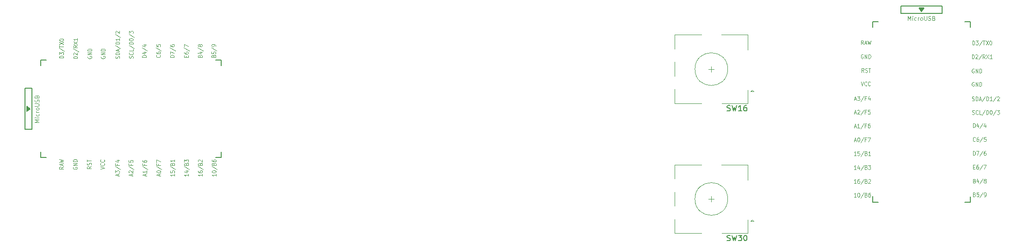
<source format=gbr>
G04 #@! TF.GenerationSoftware,KiCad,Pcbnew,5.1.6-c6e7f7d~87~ubuntu16.04.1*
G04 #@! TF.CreationDate,2020-11-01T04:30:44+09:00*
G04 #@! TF.ProjectId,ninja60,6e696e6a-6136-4302-9e6b-696361645f70,rev?*
G04 #@! TF.SameCoordinates,Original*
G04 #@! TF.FileFunction,Legend,Top*
G04 #@! TF.FilePolarity,Positive*
%FSLAX46Y46*%
G04 Gerber Fmt 4.6, Leading zero omitted, Abs format (unit mm)*
G04 Created by KiCad (PCBNEW 5.1.6-c6e7f7d~87~ubuntu16.04.1) date 2020-11-01 04:30:44*
%MOMM*%
%LPD*%
G01*
G04 APERTURE LIST*
%ADD10C,0.120000*%
%ADD11C,0.150000*%
%ADD12C,0.125000*%
G04 APERTURE END LIST*
D10*
X195406250Y-104656250D02*
X194406250Y-104656250D01*
X194906250Y-105156250D02*
X194906250Y-104156250D01*
X188206250Y-100956250D02*
X188206250Y-98356250D01*
X188206250Y-105956250D02*
X188206250Y-103356250D01*
X188206250Y-110956250D02*
X188206250Y-108356250D01*
X202106250Y-108756250D02*
X202406250Y-108456250D01*
X202706250Y-108756250D02*
X202106250Y-108756250D01*
X202406250Y-108456250D02*
X202706250Y-108756250D01*
X201606250Y-110956250D02*
X201606250Y-108456250D01*
X196806250Y-110956250D02*
X201606250Y-110956250D01*
X201606250Y-98356250D02*
X201606250Y-101156250D01*
X196706250Y-98356250D02*
X201606250Y-98356250D01*
X188206250Y-98356250D02*
X193106250Y-98356250D01*
X193106250Y-110956250D02*
X188206250Y-110956250D01*
X197906250Y-104656250D02*
G75*
G03*
X197906250Y-104656250I-3000000J0D01*
G01*
D11*
X70087500Y-112068750D02*
X70087500Y-111768750D01*
X69937500Y-112168750D02*
X69937500Y-111668750D01*
X69787500Y-112268750D02*
X69787500Y-111568750D01*
X70287500Y-111918750D02*
X69637500Y-112418750D01*
X69637500Y-111418750D02*
X70287500Y-111918750D01*
X69637500Y-112418750D02*
X69637500Y-111418750D01*
X69287500Y-108168750D02*
X69287500Y-115668750D01*
X70587500Y-108168750D02*
X69287500Y-108168750D01*
X70587500Y-115668750D02*
X70587500Y-108168750D01*
X69287500Y-115668750D02*
X70587500Y-115668750D01*
X72187500Y-120818750D02*
X73187500Y-120818750D01*
X72187500Y-103018750D02*
X73187500Y-103018750D01*
X72187500Y-120818750D02*
X72187500Y-119818750D01*
X72187500Y-103018750D02*
X72187500Y-103968750D01*
X104187500Y-120818750D02*
X105237500Y-120818750D01*
X104237500Y-103018750D02*
X105237500Y-103018750D01*
X105237500Y-120818750D02*
X105237500Y-119818750D01*
X105237500Y-103018750D02*
X105237500Y-104028750D01*
X233213480Y-93900480D02*
X233513480Y-93900480D01*
X233113480Y-93750480D02*
X233613480Y-93750480D01*
X233013480Y-93600480D02*
X233713480Y-93600480D01*
X233363480Y-94100480D02*
X232863480Y-93450480D01*
X233863480Y-93450480D02*
X233363480Y-94100480D01*
X232863480Y-93450480D02*
X233863480Y-93450480D01*
X237113480Y-93100480D02*
X229613480Y-93100480D01*
X237113480Y-94400480D02*
X237113480Y-93100480D01*
X229613480Y-94400480D02*
X237113480Y-94400480D01*
X229613480Y-93100480D02*
X229613480Y-94400480D01*
X224463480Y-96000480D02*
X224463480Y-97000480D01*
X242263480Y-96000480D02*
X242263480Y-97000480D01*
X224463480Y-96000480D02*
X225463480Y-96000480D01*
X242263480Y-96000480D02*
X241313480Y-96000480D01*
X224463480Y-128000480D02*
X224463480Y-129050480D01*
X242263480Y-128050480D02*
X242263480Y-129050480D01*
X224463480Y-129050480D02*
X225463480Y-129050480D01*
X242263480Y-129050480D02*
X241253480Y-129050480D01*
D10*
X195406250Y-128468750D02*
X194406250Y-128468750D01*
X194906250Y-128968750D02*
X194906250Y-127968750D01*
X188206250Y-124768750D02*
X188206250Y-122168750D01*
X188206250Y-129768750D02*
X188206250Y-127168750D01*
X188206250Y-134768750D02*
X188206250Y-132168750D01*
X202106250Y-132568750D02*
X202406250Y-132268750D01*
X202706250Y-132568750D02*
X202106250Y-132568750D01*
X202406250Y-132268750D02*
X202706250Y-132568750D01*
X201606250Y-134768750D02*
X201606250Y-132268750D01*
X196806250Y-134768750D02*
X201606250Y-134768750D01*
X201606250Y-122168750D02*
X201606250Y-124968750D01*
X196706250Y-122168750D02*
X201606250Y-122168750D01*
X188206250Y-122168750D02*
X193106250Y-122168750D01*
X193106250Y-134768750D02*
X188206250Y-134768750D01*
X197906250Y-128468750D02*
G75*
G03*
X197906250Y-128468750I-3000000J0D01*
G01*
D11*
X197796726Y-112261011D02*
X197939583Y-112308630D01*
X198177678Y-112308630D01*
X198272916Y-112261011D01*
X198320535Y-112213392D01*
X198368154Y-112118154D01*
X198368154Y-112022916D01*
X198320535Y-111927678D01*
X198272916Y-111880059D01*
X198177678Y-111832440D01*
X197987202Y-111784821D01*
X197891964Y-111737202D01*
X197844345Y-111689583D01*
X197796726Y-111594345D01*
X197796726Y-111499107D01*
X197844345Y-111403869D01*
X197891964Y-111356250D01*
X197987202Y-111308630D01*
X198225297Y-111308630D01*
X198368154Y-111356250D01*
X198701488Y-111308630D02*
X198939583Y-112308630D01*
X199130059Y-111594345D01*
X199320535Y-112308630D01*
X199558630Y-111308630D01*
X200463392Y-112308630D02*
X199891964Y-112308630D01*
X200177678Y-112308630D02*
X200177678Y-111308630D01*
X200082440Y-111451488D01*
X199987202Y-111546726D01*
X199891964Y-111594345D01*
X201320535Y-111308630D02*
X201130059Y-111308630D01*
X201034821Y-111356250D01*
X200987202Y-111403869D01*
X200891964Y-111546726D01*
X200844345Y-111737202D01*
X200844345Y-112118154D01*
X200891964Y-112213392D01*
X200939583Y-112261011D01*
X201034821Y-112308630D01*
X201225297Y-112308630D01*
X201320535Y-112261011D01*
X201368154Y-112213392D01*
X201415773Y-112118154D01*
X201415773Y-111880059D01*
X201368154Y-111784821D01*
X201320535Y-111737202D01*
X201225297Y-111689583D01*
X201034821Y-111689583D01*
X200939583Y-111737202D01*
X200891964Y-111784821D01*
X200844345Y-111880059D01*
D10*
X71876785Y-114415178D02*
X71126785Y-114415178D01*
X71662500Y-114165178D01*
X71126785Y-113915178D01*
X71876785Y-113915178D01*
X71876785Y-113558035D02*
X71376785Y-113558035D01*
X71126785Y-113558035D02*
X71162500Y-113593750D01*
X71198214Y-113558035D01*
X71162500Y-113522321D01*
X71126785Y-113558035D01*
X71198214Y-113558035D01*
X71841071Y-112879464D02*
X71876785Y-112950892D01*
X71876785Y-113093750D01*
X71841071Y-113165178D01*
X71805357Y-113200892D01*
X71733928Y-113236607D01*
X71519642Y-113236607D01*
X71448214Y-113200892D01*
X71412500Y-113165178D01*
X71376785Y-113093750D01*
X71376785Y-112950892D01*
X71412500Y-112879464D01*
X71876785Y-112558035D02*
X71376785Y-112558035D01*
X71519642Y-112558035D02*
X71448214Y-112522321D01*
X71412500Y-112486607D01*
X71376785Y-112415178D01*
X71376785Y-112343750D01*
X71876785Y-111986607D02*
X71841071Y-112058035D01*
X71805357Y-112093750D01*
X71733928Y-112129464D01*
X71519642Y-112129464D01*
X71448214Y-112093750D01*
X71412500Y-112058035D01*
X71376785Y-111986607D01*
X71376785Y-111879464D01*
X71412500Y-111808035D01*
X71448214Y-111772321D01*
X71519642Y-111736607D01*
X71733928Y-111736607D01*
X71805357Y-111772321D01*
X71841071Y-111808035D01*
X71876785Y-111879464D01*
X71876785Y-111986607D01*
X71126785Y-111415178D02*
X71733928Y-111415178D01*
X71805357Y-111379464D01*
X71841071Y-111343750D01*
X71876785Y-111272321D01*
X71876785Y-111129464D01*
X71841071Y-111058035D01*
X71805357Y-111022321D01*
X71733928Y-110986607D01*
X71126785Y-110986607D01*
X71841071Y-110665178D02*
X71876785Y-110558035D01*
X71876785Y-110379464D01*
X71841071Y-110308035D01*
X71805357Y-110272321D01*
X71733928Y-110236607D01*
X71662500Y-110236607D01*
X71591071Y-110272321D01*
X71555357Y-110308035D01*
X71519642Y-110379464D01*
X71483928Y-110522321D01*
X71448214Y-110593750D01*
X71412500Y-110629464D01*
X71341071Y-110665178D01*
X71269642Y-110665178D01*
X71198214Y-110629464D01*
X71162500Y-110593750D01*
X71126785Y-110522321D01*
X71126785Y-110343750D01*
X71162500Y-110236607D01*
X71483928Y-109665178D02*
X71519642Y-109558035D01*
X71555357Y-109522321D01*
X71626785Y-109486607D01*
X71733928Y-109486607D01*
X71805357Y-109522321D01*
X71841071Y-109558035D01*
X71876785Y-109629464D01*
X71876785Y-109915178D01*
X71126785Y-109915178D01*
X71126785Y-109665178D01*
X71162500Y-109593750D01*
X71198214Y-109558035D01*
X71269642Y-109522321D01*
X71341071Y-109522321D01*
X71412500Y-109558035D01*
X71448214Y-109593750D01*
X71483928Y-109665178D01*
X71483928Y-109915178D01*
D12*
X101333928Y-102254940D02*
X101369642Y-102159226D01*
X101405357Y-102127321D01*
X101476785Y-102095416D01*
X101583928Y-102095416D01*
X101655357Y-102127321D01*
X101691071Y-102159226D01*
X101726785Y-102223035D01*
X101726785Y-102478273D01*
X100976785Y-102478273D01*
X100976785Y-102254940D01*
X101012500Y-102191130D01*
X101048214Y-102159226D01*
X101119642Y-102127321D01*
X101191071Y-102127321D01*
X101262500Y-102159226D01*
X101298214Y-102191130D01*
X101333928Y-102254940D01*
X101333928Y-102478273D01*
X101226785Y-101521130D02*
X101726785Y-101521130D01*
X100941071Y-101680654D02*
X101476785Y-101840178D01*
X101476785Y-101425416D01*
X100941071Y-100691607D02*
X101905357Y-101265892D01*
X101298214Y-100372559D02*
X101262500Y-100436369D01*
X101226785Y-100468273D01*
X101155357Y-100500178D01*
X101119642Y-100500178D01*
X101048214Y-100468273D01*
X101012500Y-100436369D01*
X100976785Y-100372559D01*
X100976785Y-100244940D01*
X101012500Y-100181130D01*
X101048214Y-100149226D01*
X101119642Y-100117321D01*
X101155357Y-100117321D01*
X101226785Y-100149226D01*
X101262500Y-100181130D01*
X101298214Y-100244940D01*
X101298214Y-100372559D01*
X101333928Y-100436369D01*
X101369642Y-100468273D01*
X101441071Y-100500178D01*
X101583928Y-100500178D01*
X101655357Y-100468273D01*
X101691071Y-100436369D01*
X101726785Y-100372559D01*
X101726785Y-100244940D01*
X101691071Y-100181130D01*
X101655357Y-100149226D01*
X101583928Y-100117321D01*
X101441071Y-100117321D01*
X101369642Y-100149226D01*
X101333928Y-100181130D01*
X101298214Y-100244940D01*
X78926785Y-102682321D02*
X78176785Y-102682321D01*
X78176785Y-102522797D01*
X78212500Y-102427083D01*
X78283928Y-102363273D01*
X78355357Y-102331369D01*
X78498214Y-102299464D01*
X78605357Y-102299464D01*
X78748214Y-102331369D01*
X78819642Y-102363273D01*
X78891071Y-102427083D01*
X78926785Y-102522797D01*
X78926785Y-102682321D01*
X78248214Y-102044226D02*
X78212500Y-102012321D01*
X78176785Y-101948511D01*
X78176785Y-101788988D01*
X78212500Y-101725178D01*
X78248214Y-101693273D01*
X78319642Y-101661369D01*
X78391071Y-101661369D01*
X78498214Y-101693273D01*
X78926785Y-102076130D01*
X78926785Y-101661369D01*
X78141071Y-100895654D02*
X79105357Y-101469940D01*
X78926785Y-100289464D02*
X78569642Y-100512797D01*
X78926785Y-100672321D02*
X78176785Y-100672321D01*
X78176785Y-100417083D01*
X78212500Y-100353273D01*
X78248214Y-100321369D01*
X78319642Y-100289464D01*
X78426785Y-100289464D01*
X78498214Y-100321369D01*
X78533928Y-100353273D01*
X78569642Y-100417083D01*
X78569642Y-100672321D01*
X78176785Y-100066130D02*
X78926785Y-99619464D01*
X78176785Y-99619464D02*
X78926785Y-100066130D01*
X78926785Y-99013273D02*
X78926785Y-99396130D01*
X78926785Y-99204702D02*
X78176785Y-99204702D01*
X78283928Y-99268511D01*
X78355357Y-99332321D01*
X78391071Y-99396130D01*
X103833928Y-102254940D02*
X103869642Y-102159226D01*
X103905357Y-102127321D01*
X103976785Y-102095416D01*
X104083928Y-102095416D01*
X104155357Y-102127321D01*
X104191071Y-102159226D01*
X104226785Y-102223035D01*
X104226785Y-102478273D01*
X103476785Y-102478273D01*
X103476785Y-102254940D01*
X103512500Y-102191130D01*
X103548214Y-102159226D01*
X103619642Y-102127321D01*
X103691071Y-102127321D01*
X103762500Y-102159226D01*
X103798214Y-102191130D01*
X103833928Y-102254940D01*
X103833928Y-102478273D01*
X103476785Y-101489226D02*
X103476785Y-101808273D01*
X103833928Y-101840178D01*
X103798214Y-101808273D01*
X103762500Y-101744464D01*
X103762500Y-101584940D01*
X103798214Y-101521130D01*
X103833928Y-101489226D01*
X103905357Y-101457321D01*
X104083928Y-101457321D01*
X104155357Y-101489226D01*
X104191071Y-101521130D01*
X104226785Y-101584940D01*
X104226785Y-101744464D01*
X104191071Y-101808273D01*
X104155357Y-101840178D01*
X103441071Y-100691607D02*
X104405357Y-101265892D01*
X104226785Y-100436369D02*
X104226785Y-100308750D01*
X104191071Y-100244940D01*
X104155357Y-100213035D01*
X104048214Y-100149226D01*
X103905357Y-100117321D01*
X103619642Y-100117321D01*
X103548214Y-100149226D01*
X103512500Y-100181130D01*
X103476785Y-100244940D01*
X103476785Y-100372559D01*
X103512500Y-100436369D01*
X103548214Y-100468273D01*
X103619642Y-100500178D01*
X103798214Y-100500178D01*
X103869642Y-100468273D01*
X103905357Y-100436369D01*
X103941071Y-100372559D01*
X103941071Y-100244940D01*
X103905357Y-100181130D01*
X103869642Y-100149226D01*
X103798214Y-100117321D01*
X94005357Y-102095416D02*
X94041071Y-102127321D01*
X94076785Y-102223035D01*
X94076785Y-102286845D01*
X94041071Y-102382559D01*
X93969642Y-102446369D01*
X93898214Y-102478273D01*
X93755357Y-102510178D01*
X93648214Y-102510178D01*
X93505357Y-102478273D01*
X93433928Y-102446369D01*
X93362500Y-102382559D01*
X93326785Y-102286845D01*
X93326785Y-102223035D01*
X93362500Y-102127321D01*
X93398214Y-102095416D01*
X93326785Y-101521130D02*
X93326785Y-101648750D01*
X93362500Y-101712559D01*
X93398214Y-101744464D01*
X93505357Y-101808273D01*
X93648214Y-101840178D01*
X93933928Y-101840178D01*
X94005357Y-101808273D01*
X94041071Y-101776369D01*
X94076785Y-101712559D01*
X94076785Y-101584940D01*
X94041071Y-101521130D01*
X94005357Y-101489226D01*
X93933928Y-101457321D01*
X93755357Y-101457321D01*
X93683928Y-101489226D01*
X93648214Y-101521130D01*
X93612500Y-101584940D01*
X93612500Y-101712559D01*
X93648214Y-101776369D01*
X93683928Y-101808273D01*
X93755357Y-101840178D01*
X93291071Y-100691607D02*
X94255357Y-101265892D01*
X93326785Y-100149226D02*
X93326785Y-100468273D01*
X93683928Y-100500178D01*
X93648214Y-100468273D01*
X93612500Y-100404464D01*
X93612500Y-100244940D01*
X93648214Y-100181130D01*
X93683928Y-100149226D01*
X93755357Y-100117321D01*
X93933928Y-100117321D01*
X94005357Y-100149226D01*
X94041071Y-100181130D01*
X94076785Y-100244940D01*
X94076785Y-100404464D01*
X94041071Y-100468273D01*
X94005357Y-100500178D01*
X89091071Y-102636369D02*
X89126785Y-102540654D01*
X89126785Y-102381130D01*
X89091071Y-102317321D01*
X89055357Y-102285416D01*
X88983928Y-102253511D01*
X88912500Y-102253511D01*
X88841071Y-102285416D01*
X88805357Y-102317321D01*
X88769642Y-102381130D01*
X88733928Y-102508750D01*
X88698214Y-102572559D01*
X88662500Y-102604464D01*
X88591071Y-102636369D01*
X88519642Y-102636369D01*
X88448214Y-102604464D01*
X88412500Y-102572559D01*
X88376785Y-102508750D01*
X88376785Y-102349226D01*
X88412500Y-102253511D01*
X89055357Y-101583511D02*
X89091071Y-101615416D01*
X89126785Y-101711130D01*
X89126785Y-101774940D01*
X89091071Y-101870654D01*
X89019642Y-101934464D01*
X88948214Y-101966369D01*
X88805357Y-101998273D01*
X88698214Y-101998273D01*
X88555357Y-101966369D01*
X88483928Y-101934464D01*
X88412500Y-101870654D01*
X88376785Y-101774940D01*
X88376785Y-101711130D01*
X88412500Y-101615416D01*
X88448214Y-101583511D01*
X89126785Y-100977321D02*
X89126785Y-101296369D01*
X88376785Y-101296369D01*
X88341071Y-100275416D02*
X89305357Y-100849702D01*
X89126785Y-100052083D02*
X88376785Y-100052083D01*
X88376785Y-99892559D01*
X88412500Y-99796845D01*
X88483928Y-99733035D01*
X88555357Y-99701130D01*
X88698214Y-99669226D01*
X88805357Y-99669226D01*
X88948214Y-99701130D01*
X89019642Y-99733035D01*
X89091071Y-99796845D01*
X89126785Y-99892559D01*
X89126785Y-100052083D01*
X88376785Y-99254464D02*
X88376785Y-99190654D01*
X88412500Y-99126845D01*
X88448214Y-99094940D01*
X88519642Y-99063035D01*
X88662500Y-99031130D01*
X88841071Y-99031130D01*
X88983928Y-99063035D01*
X89055357Y-99094940D01*
X89091071Y-99126845D01*
X89126785Y-99190654D01*
X89126785Y-99254464D01*
X89091071Y-99318273D01*
X89055357Y-99350178D01*
X88983928Y-99382083D01*
X88841071Y-99413988D01*
X88662500Y-99413988D01*
X88519642Y-99382083D01*
X88448214Y-99350178D01*
X88412500Y-99318273D01*
X88376785Y-99254464D01*
X88341071Y-98265416D02*
X89305357Y-98839702D01*
X88376785Y-98105892D02*
X88376785Y-97691130D01*
X88662500Y-97914464D01*
X88662500Y-97818750D01*
X88698214Y-97754940D01*
X88733928Y-97723035D01*
X88805357Y-97691130D01*
X88983928Y-97691130D01*
X89055357Y-97723035D01*
X89091071Y-97754940D01*
X89126785Y-97818750D01*
X89126785Y-98010178D01*
X89091071Y-98073988D01*
X89055357Y-98105892D01*
X86591071Y-102652321D02*
X86626785Y-102556607D01*
X86626785Y-102397083D01*
X86591071Y-102333273D01*
X86555357Y-102301369D01*
X86483928Y-102269464D01*
X86412500Y-102269464D01*
X86341071Y-102301369D01*
X86305357Y-102333273D01*
X86269642Y-102397083D01*
X86233928Y-102524702D01*
X86198214Y-102588511D01*
X86162500Y-102620416D01*
X86091071Y-102652321D01*
X86019642Y-102652321D01*
X85948214Y-102620416D01*
X85912500Y-102588511D01*
X85876785Y-102524702D01*
X85876785Y-102365178D01*
X85912500Y-102269464D01*
X86626785Y-101982321D02*
X85876785Y-101982321D01*
X85876785Y-101822797D01*
X85912500Y-101727083D01*
X85983928Y-101663273D01*
X86055357Y-101631369D01*
X86198214Y-101599464D01*
X86305357Y-101599464D01*
X86448214Y-101631369D01*
X86519642Y-101663273D01*
X86591071Y-101727083D01*
X86626785Y-101822797D01*
X86626785Y-101982321D01*
X86412500Y-101344226D02*
X86412500Y-101025178D01*
X86626785Y-101408035D02*
X85876785Y-101184702D01*
X86626785Y-100961369D01*
X85841071Y-100259464D02*
X86805357Y-100833750D01*
X86626785Y-100036130D02*
X85876785Y-100036130D01*
X85876785Y-99876607D01*
X85912500Y-99780892D01*
X85983928Y-99717083D01*
X86055357Y-99685178D01*
X86198214Y-99653273D01*
X86305357Y-99653273D01*
X86448214Y-99685178D01*
X86519642Y-99717083D01*
X86591071Y-99780892D01*
X86626785Y-99876607D01*
X86626785Y-100036130D01*
X86626785Y-99015178D02*
X86626785Y-99398035D01*
X86626785Y-99206607D02*
X85876785Y-99206607D01*
X85983928Y-99270416D01*
X86055357Y-99334226D01*
X86091071Y-99398035D01*
X85841071Y-98249464D02*
X86805357Y-98823750D01*
X85948214Y-98058035D02*
X85912500Y-98026130D01*
X85876785Y-97962321D01*
X85876785Y-97802797D01*
X85912500Y-97738988D01*
X85948214Y-97707083D01*
X86019642Y-97675178D01*
X86091071Y-97675178D01*
X86198214Y-97707083D01*
X86626785Y-98089940D01*
X86626785Y-97675178D01*
X91526785Y-102478273D02*
X90776785Y-102478273D01*
X90776785Y-102318750D01*
X90812500Y-102223035D01*
X90883928Y-102159226D01*
X90955357Y-102127321D01*
X91098214Y-102095416D01*
X91205357Y-102095416D01*
X91348214Y-102127321D01*
X91419642Y-102159226D01*
X91491071Y-102223035D01*
X91526785Y-102318750D01*
X91526785Y-102478273D01*
X91026785Y-101521130D02*
X91526785Y-101521130D01*
X90741071Y-101680654D02*
X91276785Y-101840178D01*
X91276785Y-101425416D01*
X90741071Y-100691607D02*
X91705357Y-101265892D01*
X91026785Y-100181130D02*
X91526785Y-100181130D01*
X90741071Y-100340654D02*
X91276785Y-100500178D01*
X91276785Y-100085416D01*
X76376785Y-102602559D02*
X75626785Y-102602559D01*
X75626785Y-102443035D01*
X75662500Y-102347321D01*
X75733928Y-102283511D01*
X75805357Y-102251607D01*
X75948214Y-102219702D01*
X76055357Y-102219702D01*
X76198214Y-102251607D01*
X76269642Y-102283511D01*
X76341071Y-102347321D01*
X76376785Y-102443035D01*
X76376785Y-102602559D01*
X75626785Y-101996369D02*
X75626785Y-101581607D01*
X75912500Y-101804940D01*
X75912500Y-101709226D01*
X75948214Y-101645416D01*
X75983928Y-101613511D01*
X76055357Y-101581607D01*
X76233928Y-101581607D01*
X76305357Y-101613511D01*
X76341071Y-101645416D01*
X76376785Y-101709226D01*
X76376785Y-101900654D01*
X76341071Y-101964464D01*
X76305357Y-101996369D01*
X75591071Y-100815892D02*
X76555357Y-101390178D01*
X75626785Y-100688273D02*
X75626785Y-100305416D01*
X76376785Y-100496845D02*
X75626785Y-100496845D01*
X75626785Y-100145892D02*
X76376785Y-99699226D01*
X75626785Y-99699226D02*
X76376785Y-100145892D01*
X75626785Y-99316369D02*
X75626785Y-99252559D01*
X75662500Y-99188750D01*
X75698214Y-99156845D01*
X75769642Y-99124940D01*
X75912500Y-99093035D01*
X76091071Y-99093035D01*
X76233928Y-99124940D01*
X76305357Y-99156845D01*
X76341071Y-99188750D01*
X76376785Y-99252559D01*
X76376785Y-99316369D01*
X76341071Y-99380178D01*
X76305357Y-99412083D01*
X76233928Y-99443988D01*
X76091071Y-99475892D01*
X75912500Y-99475892D01*
X75769642Y-99443988D01*
X75698214Y-99412083D01*
X75662500Y-99380178D01*
X75626785Y-99316369D01*
X83262500Y-102324226D02*
X83226785Y-102388035D01*
X83226785Y-102483750D01*
X83262500Y-102579464D01*
X83333928Y-102643273D01*
X83405357Y-102675178D01*
X83548214Y-102707083D01*
X83655357Y-102707083D01*
X83798214Y-102675178D01*
X83869642Y-102643273D01*
X83941071Y-102579464D01*
X83976785Y-102483750D01*
X83976785Y-102419940D01*
X83941071Y-102324226D01*
X83905357Y-102292321D01*
X83655357Y-102292321D01*
X83655357Y-102419940D01*
X83976785Y-102005178D02*
X83226785Y-102005178D01*
X83976785Y-101622321D01*
X83226785Y-101622321D01*
X83976785Y-101303273D02*
X83226785Y-101303273D01*
X83226785Y-101143750D01*
X83262500Y-101048035D01*
X83333928Y-100984226D01*
X83405357Y-100952321D01*
X83548214Y-100920416D01*
X83655357Y-100920416D01*
X83798214Y-100952321D01*
X83869642Y-100984226D01*
X83941071Y-101048035D01*
X83976785Y-101143750D01*
X83976785Y-101303273D01*
X80812500Y-102324226D02*
X80776785Y-102388035D01*
X80776785Y-102483750D01*
X80812500Y-102579464D01*
X80883928Y-102643273D01*
X80955357Y-102675178D01*
X81098214Y-102707083D01*
X81205357Y-102707083D01*
X81348214Y-102675178D01*
X81419642Y-102643273D01*
X81491071Y-102579464D01*
X81526785Y-102483750D01*
X81526785Y-102419940D01*
X81491071Y-102324226D01*
X81455357Y-102292321D01*
X81205357Y-102292321D01*
X81205357Y-102419940D01*
X81526785Y-102005178D02*
X80776785Y-102005178D01*
X81526785Y-101622321D01*
X80776785Y-101622321D01*
X81526785Y-101303273D02*
X80776785Y-101303273D01*
X80776785Y-101143750D01*
X80812500Y-101048035D01*
X80883928Y-100984226D01*
X80955357Y-100952321D01*
X81098214Y-100920416D01*
X81205357Y-100920416D01*
X81348214Y-100952321D01*
X81419642Y-100984226D01*
X81491071Y-101048035D01*
X81526785Y-101143750D01*
X81526785Y-101303273D01*
X96626785Y-102478273D02*
X95876785Y-102478273D01*
X95876785Y-102318750D01*
X95912500Y-102223035D01*
X95983928Y-102159226D01*
X96055357Y-102127321D01*
X96198214Y-102095416D01*
X96305357Y-102095416D01*
X96448214Y-102127321D01*
X96519642Y-102159226D01*
X96591071Y-102223035D01*
X96626785Y-102318750D01*
X96626785Y-102478273D01*
X95876785Y-101872083D02*
X95876785Y-101425416D01*
X96626785Y-101712559D01*
X95841071Y-100691607D02*
X96805357Y-101265892D01*
X95876785Y-100181130D02*
X95876785Y-100308750D01*
X95912500Y-100372559D01*
X95948214Y-100404464D01*
X96055357Y-100468273D01*
X96198214Y-100500178D01*
X96483928Y-100500178D01*
X96555357Y-100468273D01*
X96591071Y-100436369D01*
X96626785Y-100372559D01*
X96626785Y-100244940D01*
X96591071Y-100181130D01*
X96555357Y-100149226D01*
X96483928Y-100117321D01*
X96305357Y-100117321D01*
X96233928Y-100149226D01*
X96198214Y-100181130D01*
X96162500Y-100244940D01*
X96162500Y-100372559D01*
X96198214Y-100436369D01*
X96233928Y-100468273D01*
X96305357Y-100500178D01*
X98783928Y-102446369D02*
X98783928Y-102223035D01*
X99176785Y-102127321D02*
X99176785Y-102446369D01*
X98426785Y-102446369D01*
X98426785Y-102127321D01*
X98426785Y-101553035D02*
X98426785Y-101680654D01*
X98462500Y-101744464D01*
X98498214Y-101776369D01*
X98605357Y-101840178D01*
X98748214Y-101872083D01*
X99033928Y-101872083D01*
X99105357Y-101840178D01*
X99141071Y-101808273D01*
X99176785Y-101744464D01*
X99176785Y-101616845D01*
X99141071Y-101553035D01*
X99105357Y-101521130D01*
X99033928Y-101489226D01*
X98855357Y-101489226D01*
X98783928Y-101521130D01*
X98748214Y-101553035D01*
X98712500Y-101616845D01*
X98712500Y-101744464D01*
X98748214Y-101808273D01*
X98783928Y-101840178D01*
X98855357Y-101872083D01*
X98391071Y-100723511D02*
X99355357Y-101297797D01*
X98426785Y-100563988D02*
X98426785Y-100117321D01*
X99176785Y-100404464D01*
X101776785Y-123896369D02*
X101776785Y-124279226D01*
X101776785Y-124087797D02*
X101026785Y-124087797D01*
X101133928Y-124151607D01*
X101205357Y-124215416D01*
X101241071Y-124279226D01*
X101026785Y-123322083D02*
X101026785Y-123449702D01*
X101062500Y-123513511D01*
X101098214Y-123545416D01*
X101205357Y-123609226D01*
X101348214Y-123641130D01*
X101633928Y-123641130D01*
X101705357Y-123609226D01*
X101741071Y-123577321D01*
X101776785Y-123513511D01*
X101776785Y-123385892D01*
X101741071Y-123322083D01*
X101705357Y-123290178D01*
X101633928Y-123258273D01*
X101455357Y-123258273D01*
X101383928Y-123290178D01*
X101348214Y-123322083D01*
X101312500Y-123385892D01*
X101312500Y-123513511D01*
X101348214Y-123577321D01*
X101383928Y-123609226D01*
X101455357Y-123641130D01*
X100991071Y-122492559D02*
X101955357Y-123066845D01*
X101383928Y-122045892D02*
X101419642Y-121950178D01*
X101455357Y-121918273D01*
X101526785Y-121886369D01*
X101633928Y-121886369D01*
X101705357Y-121918273D01*
X101741071Y-121950178D01*
X101776785Y-122013988D01*
X101776785Y-122269226D01*
X101026785Y-122269226D01*
X101026785Y-122045892D01*
X101062500Y-121982083D01*
X101098214Y-121950178D01*
X101169642Y-121918273D01*
X101241071Y-121918273D01*
X101312500Y-121950178D01*
X101348214Y-121982083D01*
X101383928Y-122045892D01*
X101383928Y-122269226D01*
X101098214Y-121631130D02*
X101062500Y-121599226D01*
X101026785Y-121535416D01*
X101026785Y-121375892D01*
X101062500Y-121312083D01*
X101098214Y-121280178D01*
X101169642Y-121248273D01*
X101241071Y-121248273D01*
X101348214Y-121280178D01*
X101776785Y-121663035D01*
X101776785Y-121248273D01*
X104276785Y-123896369D02*
X104276785Y-124279226D01*
X104276785Y-124087797D02*
X103526785Y-124087797D01*
X103633928Y-124151607D01*
X103705357Y-124215416D01*
X103741071Y-124279226D01*
X103526785Y-123481607D02*
X103526785Y-123417797D01*
X103562500Y-123353988D01*
X103598214Y-123322083D01*
X103669642Y-123290178D01*
X103812500Y-123258273D01*
X103991071Y-123258273D01*
X104133928Y-123290178D01*
X104205357Y-123322083D01*
X104241071Y-123353988D01*
X104276785Y-123417797D01*
X104276785Y-123481607D01*
X104241071Y-123545416D01*
X104205357Y-123577321D01*
X104133928Y-123609226D01*
X103991071Y-123641130D01*
X103812500Y-123641130D01*
X103669642Y-123609226D01*
X103598214Y-123577321D01*
X103562500Y-123545416D01*
X103526785Y-123481607D01*
X103491071Y-122492559D02*
X104455357Y-123066845D01*
X103883928Y-122045892D02*
X103919642Y-121950178D01*
X103955357Y-121918273D01*
X104026785Y-121886369D01*
X104133928Y-121886369D01*
X104205357Y-121918273D01*
X104241071Y-121950178D01*
X104276785Y-122013988D01*
X104276785Y-122269226D01*
X103526785Y-122269226D01*
X103526785Y-122045892D01*
X103562500Y-121982083D01*
X103598214Y-121950178D01*
X103669642Y-121918273D01*
X103741071Y-121918273D01*
X103812500Y-121950178D01*
X103848214Y-121982083D01*
X103883928Y-122045892D01*
X103883928Y-122269226D01*
X103526785Y-121312083D02*
X103526785Y-121439702D01*
X103562500Y-121503511D01*
X103598214Y-121535416D01*
X103705357Y-121599226D01*
X103848214Y-121631130D01*
X104133928Y-121631130D01*
X104205357Y-121599226D01*
X104241071Y-121567321D01*
X104276785Y-121503511D01*
X104276785Y-121375892D01*
X104241071Y-121312083D01*
X104205357Y-121280178D01*
X104133928Y-121248273D01*
X103955357Y-121248273D01*
X103883928Y-121280178D01*
X103848214Y-121312083D01*
X103812500Y-121375892D01*
X103812500Y-121503511D01*
X103848214Y-121567321D01*
X103883928Y-121599226D01*
X103955357Y-121631130D01*
X99226785Y-123896369D02*
X99226785Y-124279226D01*
X99226785Y-124087797D02*
X98476785Y-124087797D01*
X98583928Y-124151607D01*
X98655357Y-124215416D01*
X98691071Y-124279226D01*
X98726785Y-123322083D02*
X99226785Y-123322083D01*
X98441071Y-123481607D02*
X98976785Y-123641130D01*
X98976785Y-123226369D01*
X98441071Y-122492559D02*
X99405357Y-123066845D01*
X98833928Y-122045892D02*
X98869642Y-121950178D01*
X98905357Y-121918273D01*
X98976785Y-121886369D01*
X99083928Y-121886369D01*
X99155357Y-121918273D01*
X99191071Y-121950178D01*
X99226785Y-122013988D01*
X99226785Y-122269226D01*
X98476785Y-122269226D01*
X98476785Y-122045892D01*
X98512500Y-121982083D01*
X98548214Y-121950178D01*
X98619642Y-121918273D01*
X98691071Y-121918273D01*
X98762500Y-121950178D01*
X98798214Y-121982083D01*
X98833928Y-122045892D01*
X98833928Y-122269226D01*
X98476785Y-121663035D02*
X98476785Y-121248273D01*
X98762500Y-121471607D01*
X98762500Y-121375892D01*
X98798214Y-121312083D01*
X98833928Y-121280178D01*
X98905357Y-121248273D01*
X99083928Y-121248273D01*
X99155357Y-121280178D01*
X99191071Y-121312083D01*
X99226785Y-121375892D01*
X99226785Y-121567321D01*
X99191071Y-121631130D01*
X99155357Y-121663035D01*
X96676785Y-123896369D02*
X96676785Y-124279226D01*
X96676785Y-124087797D02*
X95926785Y-124087797D01*
X96033928Y-124151607D01*
X96105357Y-124215416D01*
X96141071Y-124279226D01*
X95926785Y-123290178D02*
X95926785Y-123609226D01*
X96283928Y-123641130D01*
X96248214Y-123609226D01*
X96212500Y-123545416D01*
X96212500Y-123385892D01*
X96248214Y-123322083D01*
X96283928Y-123290178D01*
X96355357Y-123258273D01*
X96533928Y-123258273D01*
X96605357Y-123290178D01*
X96641071Y-123322083D01*
X96676785Y-123385892D01*
X96676785Y-123545416D01*
X96641071Y-123609226D01*
X96605357Y-123641130D01*
X95891071Y-122492559D02*
X96855357Y-123066845D01*
X96283928Y-122045892D02*
X96319642Y-121950178D01*
X96355357Y-121918273D01*
X96426785Y-121886369D01*
X96533928Y-121886369D01*
X96605357Y-121918273D01*
X96641071Y-121950178D01*
X96676785Y-122013988D01*
X96676785Y-122269226D01*
X95926785Y-122269226D01*
X95926785Y-122045892D01*
X95962500Y-121982083D01*
X95998214Y-121950178D01*
X96069642Y-121918273D01*
X96141071Y-121918273D01*
X96212500Y-121950178D01*
X96248214Y-121982083D01*
X96283928Y-122045892D01*
X96283928Y-122269226D01*
X96676785Y-121248273D02*
X96676785Y-121631130D01*
X96676785Y-121439702D02*
X95926785Y-121439702D01*
X96033928Y-121503511D01*
X96105357Y-121567321D01*
X96141071Y-121631130D01*
X93912500Y-124199464D02*
X93912500Y-123880416D01*
X94126785Y-124263273D02*
X93376785Y-124039940D01*
X94126785Y-123816607D01*
X93376785Y-123465654D02*
X93376785Y-123401845D01*
X93412500Y-123338035D01*
X93448214Y-123306130D01*
X93519642Y-123274226D01*
X93662500Y-123242321D01*
X93841071Y-123242321D01*
X93983928Y-123274226D01*
X94055357Y-123306130D01*
X94091071Y-123338035D01*
X94126785Y-123401845D01*
X94126785Y-123465654D01*
X94091071Y-123529464D01*
X94055357Y-123561369D01*
X93983928Y-123593273D01*
X93841071Y-123625178D01*
X93662500Y-123625178D01*
X93519642Y-123593273D01*
X93448214Y-123561369D01*
X93412500Y-123529464D01*
X93376785Y-123465654D01*
X93341071Y-122476607D02*
X94305357Y-123050892D01*
X93733928Y-122029940D02*
X93733928Y-122253273D01*
X94126785Y-122253273D02*
X93376785Y-122253273D01*
X93376785Y-121934226D01*
X93376785Y-121742797D02*
X93376785Y-121296130D01*
X94126785Y-121583273D01*
X91362500Y-124199464D02*
X91362500Y-123880416D01*
X91576785Y-124263273D02*
X90826785Y-124039940D01*
X91576785Y-123816607D01*
X91576785Y-123242321D02*
X91576785Y-123625178D01*
X91576785Y-123433750D02*
X90826785Y-123433750D01*
X90933928Y-123497559D01*
X91005357Y-123561369D01*
X91041071Y-123625178D01*
X90791071Y-122476607D02*
X91755357Y-123050892D01*
X91183928Y-122029940D02*
X91183928Y-122253273D01*
X91576785Y-122253273D02*
X90826785Y-122253273D01*
X90826785Y-121934226D01*
X90826785Y-121391845D02*
X90826785Y-121519464D01*
X90862500Y-121583273D01*
X90898214Y-121615178D01*
X91005357Y-121678988D01*
X91148214Y-121710892D01*
X91433928Y-121710892D01*
X91505357Y-121678988D01*
X91541071Y-121647083D01*
X91576785Y-121583273D01*
X91576785Y-121455654D01*
X91541071Y-121391845D01*
X91505357Y-121359940D01*
X91433928Y-121328035D01*
X91255357Y-121328035D01*
X91183928Y-121359940D01*
X91148214Y-121391845D01*
X91112500Y-121455654D01*
X91112500Y-121583273D01*
X91148214Y-121647083D01*
X91183928Y-121678988D01*
X91255357Y-121710892D01*
X88862500Y-124199464D02*
X88862500Y-123880416D01*
X89076785Y-124263273D02*
X88326785Y-124039940D01*
X89076785Y-123816607D01*
X88398214Y-123625178D02*
X88362500Y-123593273D01*
X88326785Y-123529464D01*
X88326785Y-123369940D01*
X88362500Y-123306130D01*
X88398214Y-123274226D01*
X88469642Y-123242321D01*
X88541071Y-123242321D01*
X88648214Y-123274226D01*
X89076785Y-123657083D01*
X89076785Y-123242321D01*
X88291071Y-122476607D02*
X89255357Y-123050892D01*
X88683928Y-122029940D02*
X88683928Y-122253273D01*
X89076785Y-122253273D02*
X88326785Y-122253273D01*
X88326785Y-121934226D01*
X88326785Y-121359940D02*
X88326785Y-121678988D01*
X88683928Y-121710892D01*
X88648214Y-121678988D01*
X88612500Y-121615178D01*
X88612500Y-121455654D01*
X88648214Y-121391845D01*
X88683928Y-121359940D01*
X88755357Y-121328035D01*
X88933928Y-121328035D01*
X89005357Y-121359940D01*
X89041071Y-121391845D01*
X89076785Y-121455654D01*
X89076785Y-121615178D01*
X89041071Y-121678988D01*
X89005357Y-121710892D01*
X86362500Y-124199464D02*
X86362500Y-123880416D01*
X86576785Y-124263273D02*
X85826785Y-124039940D01*
X86576785Y-123816607D01*
X85826785Y-123657083D02*
X85826785Y-123242321D01*
X86112500Y-123465654D01*
X86112500Y-123369940D01*
X86148214Y-123306130D01*
X86183928Y-123274226D01*
X86255357Y-123242321D01*
X86433928Y-123242321D01*
X86505357Y-123274226D01*
X86541071Y-123306130D01*
X86576785Y-123369940D01*
X86576785Y-123561369D01*
X86541071Y-123625178D01*
X86505357Y-123657083D01*
X85791071Y-122476607D02*
X86755357Y-123050892D01*
X86183928Y-122029940D02*
X86183928Y-122253273D01*
X86576785Y-122253273D02*
X85826785Y-122253273D01*
X85826785Y-121934226D01*
X86076785Y-121391845D02*
X86576785Y-121391845D01*
X85791071Y-121551369D02*
X86326785Y-121710892D01*
X86326785Y-121296130D01*
X83126785Y-123007083D02*
X83876785Y-122783750D01*
X83126785Y-122560416D01*
X83805357Y-121954226D02*
X83841071Y-121986130D01*
X83876785Y-122081845D01*
X83876785Y-122145654D01*
X83841071Y-122241369D01*
X83769642Y-122305178D01*
X83698214Y-122337083D01*
X83555357Y-122368988D01*
X83448214Y-122368988D01*
X83305357Y-122337083D01*
X83233928Y-122305178D01*
X83162500Y-122241369D01*
X83126785Y-122145654D01*
X83126785Y-122081845D01*
X83162500Y-121986130D01*
X83198214Y-121954226D01*
X83805357Y-121284226D02*
X83841071Y-121316130D01*
X83876785Y-121411845D01*
X83876785Y-121475654D01*
X83841071Y-121571369D01*
X83769642Y-121635178D01*
X83698214Y-121667083D01*
X83555357Y-121698988D01*
X83448214Y-121698988D01*
X83305357Y-121667083D01*
X83233928Y-121635178D01*
X83162500Y-121571369D01*
X83126785Y-121475654D01*
X83126785Y-121411845D01*
X83162500Y-121316130D01*
X83198214Y-121284226D01*
X81426785Y-122480654D02*
X81069642Y-122703988D01*
X81426785Y-122863511D02*
X80676785Y-122863511D01*
X80676785Y-122608273D01*
X80712500Y-122544464D01*
X80748214Y-122512559D01*
X80819642Y-122480654D01*
X80926785Y-122480654D01*
X80998214Y-122512559D01*
X81033928Y-122544464D01*
X81069642Y-122608273D01*
X81069642Y-122863511D01*
X81391071Y-122225416D02*
X81426785Y-122129702D01*
X81426785Y-121970178D01*
X81391071Y-121906369D01*
X81355357Y-121874464D01*
X81283928Y-121842559D01*
X81212500Y-121842559D01*
X81141071Y-121874464D01*
X81105357Y-121906369D01*
X81069642Y-121970178D01*
X81033928Y-122097797D01*
X80998214Y-122161607D01*
X80962500Y-122193511D01*
X80891071Y-122225416D01*
X80819642Y-122225416D01*
X80748214Y-122193511D01*
X80712500Y-122161607D01*
X80676785Y-122097797D01*
X80676785Y-121938273D01*
X80712500Y-121842559D01*
X80676785Y-121651130D02*
X80676785Y-121268273D01*
X81426785Y-121459702D02*
X80676785Y-121459702D01*
X78162500Y-122624226D02*
X78126785Y-122688035D01*
X78126785Y-122783750D01*
X78162500Y-122879464D01*
X78233928Y-122943273D01*
X78305357Y-122975178D01*
X78448214Y-123007083D01*
X78555357Y-123007083D01*
X78698214Y-122975178D01*
X78769642Y-122943273D01*
X78841071Y-122879464D01*
X78876785Y-122783750D01*
X78876785Y-122719940D01*
X78841071Y-122624226D01*
X78805357Y-122592321D01*
X78555357Y-122592321D01*
X78555357Y-122719940D01*
X78876785Y-122305178D02*
X78126785Y-122305178D01*
X78876785Y-121922321D01*
X78126785Y-121922321D01*
X78876785Y-121603273D02*
X78126785Y-121603273D01*
X78126785Y-121443750D01*
X78162500Y-121348035D01*
X78233928Y-121284226D01*
X78305357Y-121252321D01*
X78448214Y-121220416D01*
X78555357Y-121220416D01*
X78698214Y-121252321D01*
X78769642Y-121284226D01*
X78841071Y-121348035D01*
X78876785Y-121443750D01*
X78876785Y-121603273D01*
X76326785Y-122576369D02*
X75969642Y-122799702D01*
X76326785Y-122959226D02*
X75576785Y-122959226D01*
X75576785Y-122703988D01*
X75612500Y-122640178D01*
X75648214Y-122608273D01*
X75719642Y-122576369D01*
X75826785Y-122576369D01*
X75898214Y-122608273D01*
X75933928Y-122640178D01*
X75969642Y-122703988D01*
X75969642Y-122959226D01*
X76112500Y-122321130D02*
X76112500Y-122002083D01*
X76326785Y-122384940D02*
X75576785Y-122161607D01*
X76326785Y-121938273D01*
X75576785Y-121778750D02*
X76326785Y-121619226D01*
X75791071Y-121491607D01*
X76326785Y-121363988D01*
X75576785Y-121204464D01*
D11*
D10*
X230867051Y-95689765D02*
X230867051Y-94939765D01*
X231117051Y-95475480D01*
X231367051Y-94939765D01*
X231367051Y-95689765D01*
X231724194Y-95689765D02*
X231724194Y-95189765D01*
X231724194Y-94939765D02*
X231688480Y-94975480D01*
X231724194Y-95011194D01*
X231759908Y-94975480D01*
X231724194Y-94939765D01*
X231724194Y-95011194D01*
X232402765Y-95654051D02*
X232331337Y-95689765D01*
X232188480Y-95689765D01*
X232117051Y-95654051D01*
X232081337Y-95618337D01*
X232045622Y-95546908D01*
X232045622Y-95332622D01*
X232081337Y-95261194D01*
X232117051Y-95225480D01*
X232188480Y-95189765D01*
X232331337Y-95189765D01*
X232402765Y-95225480D01*
X232724194Y-95689765D02*
X232724194Y-95189765D01*
X232724194Y-95332622D02*
X232759908Y-95261194D01*
X232795622Y-95225480D01*
X232867051Y-95189765D01*
X232938480Y-95189765D01*
X233295622Y-95689765D02*
X233224194Y-95654051D01*
X233188480Y-95618337D01*
X233152765Y-95546908D01*
X233152765Y-95332622D01*
X233188480Y-95261194D01*
X233224194Y-95225480D01*
X233295622Y-95189765D01*
X233402765Y-95189765D01*
X233474194Y-95225480D01*
X233509908Y-95261194D01*
X233545622Y-95332622D01*
X233545622Y-95546908D01*
X233509908Y-95618337D01*
X233474194Y-95654051D01*
X233402765Y-95689765D01*
X233295622Y-95689765D01*
X233867051Y-94939765D02*
X233867051Y-95546908D01*
X233902765Y-95618337D01*
X233938480Y-95654051D01*
X234009908Y-95689765D01*
X234152765Y-95689765D01*
X234224194Y-95654051D01*
X234259908Y-95618337D01*
X234295622Y-95546908D01*
X234295622Y-94939765D01*
X234617051Y-95654051D02*
X234724194Y-95689765D01*
X234902765Y-95689765D01*
X234974194Y-95654051D01*
X235009908Y-95618337D01*
X235045622Y-95546908D01*
X235045622Y-95475480D01*
X235009908Y-95404051D01*
X234974194Y-95368337D01*
X234902765Y-95332622D01*
X234759908Y-95296908D01*
X234688480Y-95261194D01*
X234652765Y-95225480D01*
X234617051Y-95154051D01*
X234617051Y-95082622D01*
X234652765Y-95011194D01*
X234688480Y-94975480D01*
X234759908Y-94939765D01*
X234938480Y-94939765D01*
X235045622Y-94975480D01*
X235617051Y-95296908D02*
X235724194Y-95332622D01*
X235759908Y-95368337D01*
X235795622Y-95439765D01*
X235795622Y-95546908D01*
X235759908Y-95618337D01*
X235724194Y-95654051D01*
X235652765Y-95689765D01*
X235367051Y-95689765D01*
X235367051Y-94939765D01*
X235617051Y-94939765D01*
X235688480Y-94975480D01*
X235724194Y-95011194D01*
X235759908Y-95082622D01*
X235759908Y-95154051D01*
X235724194Y-95225480D01*
X235688480Y-95261194D01*
X235617051Y-95296908D01*
X235367051Y-95296908D01*
D12*
X243027289Y-125146908D02*
X243123003Y-125182622D01*
X243154908Y-125218337D01*
X243186813Y-125289765D01*
X243186813Y-125396908D01*
X243154908Y-125468337D01*
X243123003Y-125504051D01*
X243059194Y-125539765D01*
X242803956Y-125539765D01*
X242803956Y-124789765D01*
X243027289Y-124789765D01*
X243091099Y-124825480D01*
X243123003Y-124861194D01*
X243154908Y-124932622D01*
X243154908Y-125004051D01*
X243123003Y-125075480D01*
X243091099Y-125111194D01*
X243027289Y-125146908D01*
X242803956Y-125146908D01*
X243761099Y-125039765D02*
X243761099Y-125539765D01*
X243601575Y-124754051D02*
X243442051Y-125289765D01*
X243856813Y-125289765D01*
X244590622Y-124754051D02*
X244016337Y-125718337D01*
X244909670Y-125111194D02*
X244845860Y-125075480D01*
X244813956Y-125039765D01*
X244782051Y-124968337D01*
X244782051Y-124932622D01*
X244813956Y-124861194D01*
X244845860Y-124825480D01*
X244909670Y-124789765D01*
X245037289Y-124789765D01*
X245101099Y-124825480D01*
X245133003Y-124861194D01*
X245164908Y-124932622D01*
X245164908Y-124968337D01*
X245133003Y-125039765D01*
X245101099Y-125075480D01*
X245037289Y-125111194D01*
X244909670Y-125111194D01*
X244845860Y-125146908D01*
X244813956Y-125182622D01*
X244782051Y-125254051D01*
X244782051Y-125396908D01*
X244813956Y-125468337D01*
X244845860Y-125504051D01*
X244909670Y-125539765D01*
X245037289Y-125539765D01*
X245101099Y-125504051D01*
X245133003Y-125468337D01*
X245164908Y-125396908D01*
X245164908Y-125254051D01*
X245133003Y-125182622D01*
X245101099Y-125146908D01*
X245037289Y-125111194D01*
X242599908Y-102739765D02*
X242599908Y-101989765D01*
X242759432Y-101989765D01*
X242855146Y-102025480D01*
X242918956Y-102096908D01*
X242950860Y-102168337D01*
X242982765Y-102311194D01*
X242982765Y-102418337D01*
X242950860Y-102561194D01*
X242918956Y-102632622D01*
X242855146Y-102704051D01*
X242759432Y-102739765D01*
X242599908Y-102739765D01*
X243238003Y-102061194D02*
X243269908Y-102025480D01*
X243333718Y-101989765D01*
X243493241Y-101989765D01*
X243557051Y-102025480D01*
X243588956Y-102061194D01*
X243620860Y-102132622D01*
X243620860Y-102204051D01*
X243588956Y-102311194D01*
X243206099Y-102739765D01*
X243620860Y-102739765D01*
X244386575Y-101954051D02*
X243812289Y-102918337D01*
X244992765Y-102739765D02*
X244769432Y-102382622D01*
X244609908Y-102739765D02*
X244609908Y-101989765D01*
X244865146Y-101989765D01*
X244928956Y-102025480D01*
X244960860Y-102061194D01*
X244992765Y-102132622D01*
X244992765Y-102239765D01*
X244960860Y-102311194D01*
X244928956Y-102346908D01*
X244865146Y-102382622D01*
X244609908Y-102382622D01*
X245216099Y-101989765D02*
X245662765Y-102739765D01*
X245662765Y-101989765D02*
X245216099Y-102739765D01*
X246268956Y-102739765D02*
X245886099Y-102739765D01*
X246077527Y-102739765D02*
X246077527Y-101989765D01*
X246013718Y-102096908D01*
X245949908Y-102168337D01*
X245886099Y-102204051D01*
X243027289Y-127646908D02*
X243123003Y-127682622D01*
X243154908Y-127718337D01*
X243186813Y-127789765D01*
X243186813Y-127896908D01*
X243154908Y-127968337D01*
X243123003Y-128004051D01*
X243059194Y-128039765D01*
X242803956Y-128039765D01*
X242803956Y-127289765D01*
X243027289Y-127289765D01*
X243091099Y-127325480D01*
X243123003Y-127361194D01*
X243154908Y-127432622D01*
X243154908Y-127504051D01*
X243123003Y-127575480D01*
X243091099Y-127611194D01*
X243027289Y-127646908D01*
X242803956Y-127646908D01*
X243793003Y-127289765D02*
X243473956Y-127289765D01*
X243442051Y-127646908D01*
X243473956Y-127611194D01*
X243537765Y-127575480D01*
X243697289Y-127575480D01*
X243761099Y-127611194D01*
X243793003Y-127646908D01*
X243824908Y-127718337D01*
X243824908Y-127896908D01*
X243793003Y-127968337D01*
X243761099Y-128004051D01*
X243697289Y-128039765D01*
X243537765Y-128039765D01*
X243473956Y-128004051D01*
X243442051Y-127968337D01*
X244590622Y-127254051D02*
X244016337Y-128218337D01*
X244845860Y-128039765D02*
X244973480Y-128039765D01*
X245037289Y-128004051D01*
X245069194Y-127968337D01*
X245133003Y-127861194D01*
X245164908Y-127718337D01*
X245164908Y-127432622D01*
X245133003Y-127361194D01*
X245101099Y-127325480D01*
X245037289Y-127289765D01*
X244909670Y-127289765D01*
X244845860Y-127325480D01*
X244813956Y-127361194D01*
X244782051Y-127432622D01*
X244782051Y-127611194D01*
X244813956Y-127682622D01*
X244845860Y-127718337D01*
X244909670Y-127754051D01*
X245037289Y-127754051D01*
X245101099Y-127718337D01*
X245133003Y-127682622D01*
X245164908Y-127611194D01*
X243186813Y-117818337D02*
X243154908Y-117854051D01*
X243059194Y-117889765D01*
X242995384Y-117889765D01*
X242899670Y-117854051D01*
X242835860Y-117782622D01*
X242803956Y-117711194D01*
X242772051Y-117568337D01*
X242772051Y-117461194D01*
X242803956Y-117318337D01*
X242835860Y-117246908D01*
X242899670Y-117175480D01*
X242995384Y-117139765D01*
X243059194Y-117139765D01*
X243154908Y-117175480D01*
X243186813Y-117211194D01*
X243761099Y-117139765D02*
X243633480Y-117139765D01*
X243569670Y-117175480D01*
X243537765Y-117211194D01*
X243473956Y-117318337D01*
X243442051Y-117461194D01*
X243442051Y-117746908D01*
X243473956Y-117818337D01*
X243505860Y-117854051D01*
X243569670Y-117889765D01*
X243697289Y-117889765D01*
X243761099Y-117854051D01*
X243793003Y-117818337D01*
X243824908Y-117746908D01*
X243824908Y-117568337D01*
X243793003Y-117496908D01*
X243761099Y-117461194D01*
X243697289Y-117425480D01*
X243569670Y-117425480D01*
X243505860Y-117461194D01*
X243473956Y-117496908D01*
X243442051Y-117568337D01*
X244590622Y-117104051D02*
X244016337Y-118068337D01*
X245133003Y-117139765D02*
X244813956Y-117139765D01*
X244782051Y-117496908D01*
X244813956Y-117461194D01*
X244877765Y-117425480D01*
X245037289Y-117425480D01*
X245101099Y-117461194D01*
X245133003Y-117496908D01*
X245164908Y-117568337D01*
X245164908Y-117746908D01*
X245133003Y-117818337D01*
X245101099Y-117854051D01*
X245037289Y-117889765D01*
X244877765Y-117889765D01*
X244813956Y-117854051D01*
X244782051Y-117818337D01*
X242645860Y-112904051D02*
X242741575Y-112939765D01*
X242901099Y-112939765D01*
X242964908Y-112904051D01*
X242996813Y-112868337D01*
X243028718Y-112796908D01*
X243028718Y-112725480D01*
X242996813Y-112654051D01*
X242964908Y-112618337D01*
X242901099Y-112582622D01*
X242773480Y-112546908D01*
X242709670Y-112511194D01*
X242677765Y-112475480D01*
X242645860Y-112404051D01*
X242645860Y-112332622D01*
X242677765Y-112261194D01*
X242709670Y-112225480D01*
X242773480Y-112189765D01*
X242933003Y-112189765D01*
X243028718Y-112225480D01*
X243698718Y-112868337D02*
X243666813Y-112904051D01*
X243571099Y-112939765D01*
X243507289Y-112939765D01*
X243411575Y-112904051D01*
X243347765Y-112832622D01*
X243315860Y-112761194D01*
X243283956Y-112618337D01*
X243283956Y-112511194D01*
X243315860Y-112368337D01*
X243347765Y-112296908D01*
X243411575Y-112225480D01*
X243507289Y-112189765D01*
X243571099Y-112189765D01*
X243666813Y-112225480D01*
X243698718Y-112261194D01*
X244304908Y-112939765D02*
X243985860Y-112939765D01*
X243985860Y-112189765D01*
X245006813Y-112154051D02*
X244432527Y-113118337D01*
X245230146Y-112939765D02*
X245230146Y-112189765D01*
X245389670Y-112189765D01*
X245485384Y-112225480D01*
X245549194Y-112296908D01*
X245581099Y-112368337D01*
X245613003Y-112511194D01*
X245613003Y-112618337D01*
X245581099Y-112761194D01*
X245549194Y-112832622D01*
X245485384Y-112904051D01*
X245389670Y-112939765D01*
X245230146Y-112939765D01*
X246027765Y-112189765D02*
X246091575Y-112189765D01*
X246155384Y-112225480D01*
X246187289Y-112261194D01*
X246219194Y-112332622D01*
X246251099Y-112475480D01*
X246251099Y-112654051D01*
X246219194Y-112796908D01*
X246187289Y-112868337D01*
X246155384Y-112904051D01*
X246091575Y-112939765D01*
X246027765Y-112939765D01*
X245963956Y-112904051D01*
X245932051Y-112868337D01*
X245900146Y-112796908D01*
X245868241Y-112654051D01*
X245868241Y-112475480D01*
X245900146Y-112332622D01*
X245932051Y-112261194D01*
X245963956Y-112225480D01*
X246027765Y-112189765D01*
X247016813Y-112154051D02*
X246442527Y-113118337D01*
X247176337Y-112189765D02*
X247591099Y-112189765D01*
X247367765Y-112475480D01*
X247463480Y-112475480D01*
X247527289Y-112511194D01*
X247559194Y-112546908D01*
X247591099Y-112618337D01*
X247591099Y-112796908D01*
X247559194Y-112868337D01*
X247527289Y-112904051D01*
X247463480Y-112939765D01*
X247272051Y-112939765D01*
X247208241Y-112904051D01*
X247176337Y-112868337D01*
X242629908Y-110404051D02*
X242725622Y-110439765D01*
X242885146Y-110439765D01*
X242948956Y-110404051D01*
X242980860Y-110368337D01*
X243012765Y-110296908D01*
X243012765Y-110225480D01*
X242980860Y-110154051D01*
X242948956Y-110118337D01*
X242885146Y-110082622D01*
X242757527Y-110046908D01*
X242693718Y-110011194D01*
X242661813Y-109975480D01*
X242629908Y-109904051D01*
X242629908Y-109832622D01*
X242661813Y-109761194D01*
X242693718Y-109725480D01*
X242757527Y-109689765D01*
X242917051Y-109689765D01*
X243012765Y-109725480D01*
X243299908Y-110439765D02*
X243299908Y-109689765D01*
X243459432Y-109689765D01*
X243555146Y-109725480D01*
X243618956Y-109796908D01*
X243650860Y-109868337D01*
X243682765Y-110011194D01*
X243682765Y-110118337D01*
X243650860Y-110261194D01*
X243618956Y-110332622D01*
X243555146Y-110404051D01*
X243459432Y-110439765D01*
X243299908Y-110439765D01*
X243938003Y-110225480D02*
X244257051Y-110225480D01*
X243874194Y-110439765D02*
X244097527Y-109689765D01*
X244320860Y-110439765D01*
X245022765Y-109654051D02*
X244448480Y-110618337D01*
X245246099Y-110439765D02*
X245246099Y-109689765D01*
X245405622Y-109689765D01*
X245501337Y-109725480D01*
X245565146Y-109796908D01*
X245597051Y-109868337D01*
X245628956Y-110011194D01*
X245628956Y-110118337D01*
X245597051Y-110261194D01*
X245565146Y-110332622D01*
X245501337Y-110404051D01*
X245405622Y-110439765D01*
X245246099Y-110439765D01*
X246267051Y-110439765D02*
X245884194Y-110439765D01*
X246075622Y-110439765D02*
X246075622Y-109689765D01*
X246011813Y-109796908D01*
X245948003Y-109868337D01*
X245884194Y-109904051D01*
X247032765Y-109654051D02*
X246458480Y-110618337D01*
X247224194Y-109761194D02*
X247256099Y-109725480D01*
X247319908Y-109689765D01*
X247479432Y-109689765D01*
X247543241Y-109725480D01*
X247575146Y-109761194D01*
X247607051Y-109832622D01*
X247607051Y-109904051D01*
X247575146Y-110011194D01*
X247192289Y-110439765D01*
X247607051Y-110439765D01*
X242803956Y-115339765D02*
X242803956Y-114589765D01*
X242963480Y-114589765D01*
X243059194Y-114625480D01*
X243123003Y-114696908D01*
X243154908Y-114768337D01*
X243186813Y-114911194D01*
X243186813Y-115018337D01*
X243154908Y-115161194D01*
X243123003Y-115232622D01*
X243059194Y-115304051D01*
X242963480Y-115339765D01*
X242803956Y-115339765D01*
X243761099Y-114839765D02*
X243761099Y-115339765D01*
X243601575Y-114554051D02*
X243442051Y-115089765D01*
X243856813Y-115089765D01*
X244590622Y-114554051D02*
X244016337Y-115518337D01*
X245101099Y-114839765D02*
X245101099Y-115339765D01*
X244941575Y-114554051D02*
X244782051Y-115089765D01*
X245196813Y-115089765D01*
X242679670Y-100189765D02*
X242679670Y-99439765D01*
X242839194Y-99439765D01*
X242934908Y-99475480D01*
X242998718Y-99546908D01*
X243030622Y-99618337D01*
X243062527Y-99761194D01*
X243062527Y-99868337D01*
X243030622Y-100011194D01*
X242998718Y-100082622D01*
X242934908Y-100154051D01*
X242839194Y-100189765D01*
X242679670Y-100189765D01*
X243285860Y-99439765D02*
X243700622Y-99439765D01*
X243477289Y-99725480D01*
X243573003Y-99725480D01*
X243636813Y-99761194D01*
X243668718Y-99796908D01*
X243700622Y-99868337D01*
X243700622Y-100046908D01*
X243668718Y-100118337D01*
X243636813Y-100154051D01*
X243573003Y-100189765D01*
X243381575Y-100189765D01*
X243317765Y-100154051D01*
X243285860Y-100118337D01*
X244466337Y-99404051D02*
X243892051Y-100368337D01*
X244593956Y-99439765D02*
X244976813Y-99439765D01*
X244785384Y-100189765D02*
X244785384Y-99439765D01*
X245136337Y-99439765D02*
X245583003Y-100189765D01*
X245583003Y-99439765D02*
X245136337Y-100189765D01*
X245965860Y-99439765D02*
X246029670Y-99439765D01*
X246093480Y-99475480D01*
X246125384Y-99511194D01*
X246157289Y-99582622D01*
X246189194Y-99725480D01*
X246189194Y-99904051D01*
X246157289Y-100046908D01*
X246125384Y-100118337D01*
X246093480Y-100154051D01*
X246029670Y-100189765D01*
X245965860Y-100189765D01*
X245902051Y-100154051D01*
X245870146Y-100118337D01*
X245838241Y-100046908D01*
X245806337Y-99904051D01*
X245806337Y-99725480D01*
X245838241Y-99582622D01*
X245870146Y-99511194D01*
X245902051Y-99475480D01*
X245965860Y-99439765D01*
X242958003Y-107075480D02*
X242894194Y-107039765D01*
X242798480Y-107039765D01*
X242702765Y-107075480D01*
X242638956Y-107146908D01*
X242607051Y-107218337D01*
X242575146Y-107361194D01*
X242575146Y-107468337D01*
X242607051Y-107611194D01*
X242638956Y-107682622D01*
X242702765Y-107754051D01*
X242798480Y-107789765D01*
X242862289Y-107789765D01*
X242958003Y-107754051D01*
X242989908Y-107718337D01*
X242989908Y-107468337D01*
X242862289Y-107468337D01*
X243277051Y-107789765D02*
X243277051Y-107039765D01*
X243659908Y-107789765D01*
X243659908Y-107039765D01*
X243978956Y-107789765D02*
X243978956Y-107039765D01*
X244138480Y-107039765D01*
X244234194Y-107075480D01*
X244298003Y-107146908D01*
X244329908Y-107218337D01*
X244361813Y-107361194D01*
X244361813Y-107468337D01*
X244329908Y-107611194D01*
X244298003Y-107682622D01*
X244234194Y-107754051D01*
X244138480Y-107789765D01*
X243978956Y-107789765D01*
X242958003Y-104625480D02*
X242894194Y-104589765D01*
X242798480Y-104589765D01*
X242702765Y-104625480D01*
X242638956Y-104696908D01*
X242607051Y-104768337D01*
X242575146Y-104911194D01*
X242575146Y-105018337D01*
X242607051Y-105161194D01*
X242638956Y-105232622D01*
X242702765Y-105304051D01*
X242798480Y-105339765D01*
X242862289Y-105339765D01*
X242958003Y-105304051D01*
X242989908Y-105268337D01*
X242989908Y-105018337D01*
X242862289Y-105018337D01*
X243277051Y-105339765D02*
X243277051Y-104589765D01*
X243659908Y-105339765D01*
X243659908Y-104589765D01*
X243978956Y-105339765D02*
X243978956Y-104589765D01*
X244138480Y-104589765D01*
X244234194Y-104625480D01*
X244298003Y-104696908D01*
X244329908Y-104768337D01*
X244361813Y-104911194D01*
X244361813Y-105018337D01*
X244329908Y-105161194D01*
X244298003Y-105232622D01*
X244234194Y-105304051D01*
X244138480Y-105339765D01*
X243978956Y-105339765D01*
X242803956Y-120439765D02*
X242803956Y-119689765D01*
X242963480Y-119689765D01*
X243059194Y-119725480D01*
X243123003Y-119796908D01*
X243154908Y-119868337D01*
X243186813Y-120011194D01*
X243186813Y-120118337D01*
X243154908Y-120261194D01*
X243123003Y-120332622D01*
X243059194Y-120404051D01*
X242963480Y-120439765D01*
X242803956Y-120439765D01*
X243410146Y-119689765D02*
X243856813Y-119689765D01*
X243569670Y-120439765D01*
X244590622Y-119654051D02*
X244016337Y-120618337D01*
X245101099Y-119689765D02*
X244973480Y-119689765D01*
X244909670Y-119725480D01*
X244877765Y-119761194D01*
X244813956Y-119868337D01*
X244782051Y-120011194D01*
X244782051Y-120296908D01*
X244813956Y-120368337D01*
X244845860Y-120404051D01*
X244909670Y-120439765D01*
X245037289Y-120439765D01*
X245101099Y-120404051D01*
X245133003Y-120368337D01*
X245164908Y-120296908D01*
X245164908Y-120118337D01*
X245133003Y-120046908D01*
X245101099Y-120011194D01*
X245037289Y-119975480D01*
X244909670Y-119975480D01*
X244845860Y-120011194D01*
X244813956Y-120046908D01*
X244782051Y-120118337D01*
X242835860Y-122596908D02*
X243059194Y-122596908D01*
X243154908Y-122989765D02*
X242835860Y-122989765D01*
X242835860Y-122239765D01*
X243154908Y-122239765D01*
X243729194Y-122239765D02*
X243601575Y-122239765D01*
X243537765Y-122275480D01*
X243505860Y-122311194D01*
X243442051Y-122418337D01*
X243410146Y-122561194D01*
X243410146Y-122846908D01*
X243442051Y-122918337D01*
X243473956Y-122954051D01*
X243537765Y-122989765D01*
X243665384Y-122989765D01*
X243729194Y-122954051D01*
X243761099Y-122918337D01*
X243793003Y-122846908D01*
X243793003Y-122668337D01*
X243761099Y-122596908D01*
X243729194Y-122561194D01*
X243665384Y-122525480D01*
X243537765Y-122525480D01*
X243473956Y-122561194D01*
X243442051Y-122596908D01*
X243410146Y-122668337D01*
X244558718Y-122204051D02*
X243984432Y-123168337D01*
X244718241Y-122239765D02*
X245164908Y-122239765D01*
X244877765Y-122989765D01*
X221385860Y-125589765D02*
X221003003Y-125589765D01*
X221194432Y-125589765D02*
X221194432Y-124839765D01*
X221130622Y-124946908D01*
X221066813Y-125018337D01*
X221003003Y-125054051D01*
X221960146Y-124839765D02*
X221832527Y-124839765D01*
X221768718Y-124875480D01*
X221736813Y-124911194D01*
X221673003Y-125018337D01*
X221641099Y-125161194D01*
X221641099Y-125446908D01*
X221673003Y-125518337D01*
X221704908Y-125554051D01*
X221768718Y-125589765D01*
X221896337Y-125589765D01*
X221960146Y-125554051D01*
X221992051Y-125518337D01*
X222023956Y-125446908D01*
X222023956Y-125268337D01*
X221992051Y-125196908D01*
X221960146Y-125161194D01*
X221896337Y-125125480D01*
X221768718Y-125125480D01*
X221704908Y-125161194D01*
X221673003Y-125196908D01*
X221641099Y-125268337D01*
X222789670Y-124804051D02*
X222215384Y-125768337D01*
X223236337Y-125196908D02*
X223332051Y-125232622D01*
X223363956Y-125268337D01*
X223395860Y-125339765D01*
X223395860Y-125446908D01*
X223363956Y-125518337D01*
X223332051Y-125554051D01*
X223268241Y-125589765D01*
X223013003Y-125589765D01*
X223013003Y-124839765D01*
X223236337Y-124839765D01*
X223300146Y-124875480D01*
X223332051Y-124911194D01*
X223363956Y-124982622D01*
X223363956Y-125054051D01*
X223332051Y-125125480D01*
X223300146Y-125161194D01*
X223236337Y-125196908D01*
X223013003Y-125196908D01*
X223651099Y-124911194D02*
X223683003Y-124875480D01*
X223746813Y-124839765D01*
X223906337Y-124839765D01*
X223970146Y-124875480D01*
X224002051Y-124911194D01*
X224033956Y-124982622D01*
X224033956Y-125054051D01*
X224002051Y-125161194D01*
X223619194Y-125589765D01*
X224033956Y-125589765D01*
X221385860Y-128089765D02*
X221003003Y-128089765D01*
X221194432Y-128089765D02*
X221194432Y-127339765D01*
X221130622Y-127446908D01*
X221066813Y-127518337D01*
X221003003Y-127554051D01*
X221800622Y-127339765D02*
X221864432Y-127339765D01*
X221928241Y-127375480D01*
X221960146Y-127411194D01*
X221992051Y-127482622D01*
X222023956Y-127625480D01*
X222023956Y-127804051D01*
X221992051Y-127946908D01*
X221960146Y-128018337D01*
X221928241Y-128054051D01*
X221864432Y-128089765D01*
X221800622Y-128089765D01*
X221736813Y-128054051D01*
X221704908Y-128018337D01*
X221673003Y-127946908D01*
X221641099Y-127804051D01*
X221641099Y-127625480D01*
X221673003Y-127482622D01*
X221704908Y-127411194D01*
X221736813Y-127375480D01*
X221800622Y-127339765D01*
X222789670Y-127304051D02*
X222215384Y-128268337D01*
X223236337Y-127696908D02*
X223332051Y-127732622D01*
X223363956Y-127768337D01*
X223395860Y-127839765D01*
X223395860Y-127946908D01*
X223363956Y-128018337D01*
X223332051Y-128054051D01*
X223268241Y-128089765D01*
X223013003Y-128089765D01*
X223013003Y-127339765D01*
X223236337Y-127339765D01*
X223300146Y-127375480D01*
X223332051Y-127411194D01*
X223363956Y-127482622D01*
X223363956Y-127554051D01*
X223332051Y-127625480D01*
X223300146Y-127661194D01*
X223236337Y-127696908D01*
X223013003Y-127696908D01*
X223970146Y-127339765D02*
X223842527Y-127339765D01*
X223778718Y-127375480D01*
X223746813Y-127411194D01*
X223683003Y-127518337D01*
X223651099Y-127661194D01*
X223651099Y-127946908D01*
X223683003Y-128018337D01*
X223714908Y-128054051D01*
X223778718Y-128089765D01*
X223906337Y-128089765D01*
X223970146Y-128054051D01*
X224002051Y-128018337D01*
X224033956Y-127946908D01*
X224033956Y-127768337D01*
X224002051Y-127696908D01*
X223970146Y-127661194D01*
X223906337Y-127625480D01*
X223778718Y-127625480D01*
X223714908Y-127661194D01*
X223683003Y-127696908D01*
X223651099Y-127768337D01*
X221385860Y-123039765D02*
X221003003Y-123039765D01*
X221194432Y-123039765D02*
X221194432Y-122289765D01*
X221130622Y-122396908D01*
X221066813Y-122468337D01*
X221003003Y-122504051D01*
X221960146Y-122539765D02*
X221960146Y-123039765D01*
X221800622Y-122254051D02*
X221641099Y-122789765D01*
X222055860Y-122789765D01*
X222789670Y-122254051D02*
X222215384Y-123218337D01*
X223236337Y-122646908D02*
X223332051Y-122682622D01*
X223363956Y-122718337D01*
X223395860Y-122789765D01*
X223395860Y-122896908D01*
X223363956Y-122968337D01*
X223332051Y-123004051D01*
X223268241Y-123039765D01*
X223013003Y-123039765D01*
X223013003Y-122289765D01*
X223236337Y-122289765D01*
X223300146Y-122325480D01*
X223332051Y-122361194D01*
X223363956Y-122432622D01*
X223363956Y-122504051D01*
X223332051Y-122575480D01*
X223300146Y-122611194D01*
X223236337Y-122646908D01*
X223013003Y-122646908D01*
X223619194Y-122289765D02*
X224033956Y-122289765D01*
X223810622Y-122575480D01*
X223906337Y-122575480D01*
X223970146Y-122611194D01*
X224002051Y-122646908D01*
X224033956Y-122718337D01*
X224033956Y-122896908D01*
X224002051Y-122968337D01*
X223970146Y-123004051D01*
X223906337Y-123039765D01*
X223714908Y-123039765D01*
X223651099Y-123004051D01*
X223619194Y-122968337D01*
X221385860Y-120489765D02*
X221003003Y-120489765D01*
X221194432Y-120489765D02*
X221194432Y-119739765D01*
X221130622Y-119846908D01*
X221066813Y-119918337D01*
X221003003Y-119954051D01*
X221992051Y-119739765D02*
X221673003Y-119739765D01*
X221641099Y-120096908D01*
X221673003Y-120061194D01*
X221736813Y-120025480D01*
X221896337Y-120025480D01*
X221960146Y-120061194D01*
X221992051Y-120096908D01*
X222023956Y-120168337D01*
X222023956Y-120346908D01*
X221992051Y-120418337D01*
X221960146Y-120454051D01*
X221896337Y-120489765D01*
X221736813Y-120489765D01*
X221673003Y-120454051D01*
X221641099Y-120418337D01*
X222789670Y-119704051D02*
X222215384Y-120668337D01*
X223236337Y-120096908D02*
X223332051Y-120132622D01*
X223363956Y-120168337D01*
X223395860Y-120239765D01*
X223395860Y-120346908D01*
X223363956Y-120418337D01*
X223332051Y-120454051D01*
X223268241Y-120489765D01*
X223013003Y-120489765D01*
X223013003Y-119739765D01*
X223236337Y-119739765D01*
X223300146Y-119775480D01*
X223332051Y-119811194D01*
X223363956Y-119882622D01*
X223363956Y-119954051D01*
X223332051Y-120025480D01*
X223300146Y-120061194D01*
X223236337Y-120096908D01*
X223013003Y-120096908D01*
X224033956Y-120489765D02*
X223651099Y-120489765D01*
X223842527Y-120489765D02*
X223842527Y-119739765D01*
X223778718Y-119846908D01*
X223714908Y-119918337D01*
X223651099Y-119954051D01*
X221082765Y-117725480D02*
X221401813Y-117725480D01*
X221018956Y-117939765D02*
X221242289Y-117189765D01*
X221465622Y-117939765D01*
X221816575Y-117189765D02*
X221880384Y-117189765D01*
X221944194Y-117225480D01*
X221976099Y-117261194D01*
X222008003Y-117332622D01*
X222039908Y-117475480D01*
X222039908Y-117654051D01*
X222008003Y-117796908D01*
X221976099Y-117868337D01*
X221944194Y-117904051D01*
X221880384Y-117939765D01*
X221816575Y-117939765D01*
X221752765Y-117904051D01*
X221720860Y-117868337D01*
X221688956Y-117796908D01*
X221657051Y-117654051D01*
X221657051Y-117475480D01*
X221688956Y-117332622D01*
X221720860Y-117261194D01*
X221752765Y-117225480D01*
X221816575Y-117189765D01*
X222805622Y-117154051D02*
X222231337Y-118118337D01*
X223252289Y-117546908D02*
X223028956Y-117546908D01*
X223028956Y-117939765D02*
X223028956Y-117189765D01*
X223348003Y-117189765D01*
X223539432Y-117189765D02*
X223986099Y-117189765D01*
X223698956Y-117939765D01*
X221082765Y-115175480D02*
X221401813Y-115175480D01*
X221018956Y-115389765D02*
X221242289Y-114639765D01*
X221465622Y-115389765D01*
X222039908Y-115389765D02*
X221657051Y-115389765D01*
X221848480Y-115389765D02*
X221848480Y-114639765D01*
X221784670Y-114746908D01*
X221720860Y-114818337D01*
X221657051Y-114854051D01*
X222805622Y-114604051D02*
X222231337Y-115568337D01*
X223252289Y-114996908D02*
X223028956Y-114996908D01*
X223028956Y-115389765D02*
X223028956Y-114639765D01*
X223348003Y-114639765D01*
X223890384Y-114639765D02*
X223762765Y-114639765D01*
X223698956Y-114675480D01*
X223667051Y-114711194D01*
X223603241Y-114818337D01*
X223571337Y-114961194D01*
X223571337Y-115246908D01*
X223603241Y-115318337D01*
X223635146Y-115354051D01*
X223698956Y-115389765D01*
X223826575Y-115389765D01*
X223890384Y-115354051D01*
X223922289Y-115318337D01*
X223954194Y-115246908D01*
X223954194Y-115068337D01*
X223922289Y-114996908D01*
X223890384Y-114961194D01*
X223826575Y-114925480D01*
X223698956Y-114925480D01*
X223635146Y-114961194D01*
X223603241Y-114996908D01*
X223571337Y-115068337D01*
X221082765Y-112675480D02*
X221401813Y-112675480D01*
X221018956Y-112889765D02*
X221242289Y-112139765D01*
X221465622Y-112889765D01*
X221657051Y-112211194D02*
X221688956Y-112175480D01*
X221752765Y-112139765D01*
X221912289Y-112139765D01*
X221976099Y-112175480D01*
X222008003Y-112211194D01*
X222039908Y-112282622D01*
X222039908Y-112354051D01*
X222008003Y-112461194D01*
X221625146Y-112889765D01*
X222039908Y-112889765D01*
X222805622Y-112104051D02*
X222231337Y-113068337D01*
X223252289Y-112496908D02*
X223028956Y-112496908D01*
X223028956Y-112889765D02*
X223028956Y-112139765D01*
X223348003Y-112139765D01*
X223922289Y-112139765D02*
X223603241Y-112139765D01*
X223571337Y-112496908D01*
X223603241Y-112461194D01*
X223667051Y-112425480D01*
X223826575Y-112425480D01*
X223890384Y-112461194D01*
X223922289Y-112496908D01*
X223954194Y-112568337D01*
X223954194Y-112746908D01*
X223922289Y-112818337D01*
X223890384Y-112854051D01*
X223826575Y-112889765D01*
X223667051Y-112889765D01*
X223603241Y-112854051D01*
X223571337Y-112818337D01*
X221082765Y-110175480D02*
X221401813Y-110175480D01*
X221018956Y-110389765D02*
X221242289Y-109639765D01*
X221465622Y-110389765D01*
X221625146Y-109639765D02*
X222039908Y-109639765D01*
X221816575Y-109925480D01*
X221912289Y-109925480D01*
X221976099Y-109961194D01*
X222008003Y-109996908D01*
X222039908Y-110068337D01*
X222039908Y-110246908D01*
X222008003Y-110318337D01*
X221976099Y-110354051D01*
X221912289Y-110389765D01*
X221720860Y-110389765D01*
X221657051Y-110354051D01*
X221625146Y-110318337D01*
X222805622Y-109604051D02*
X222231337Y-110568337D01*
X223252289Y-109996908D02*
X223028956Y-109996908D01*
X223028956Y-110389765D02*
X223028956Y-109639765D01*
X223348003Y-109639765D01*
X223890384Y-109889765D02*
X223890384Y-110389765D01*
X223730860Y-109604051D02*
X223571337Y-110139765D01*
X223986099Y-110139765D01*
X222275146Y-106939765D02*
X222498480Y-107689765D01*
X222721813Y-106939765D01*
X223328003Y-107618337D02*
X223296099Y-107654051D01*
X223200384Y-107689765D01*
X223136575Y-107689765D01*
X223040860Y-107654051D01*
X222977051Y-107582622D01*
X222945146Y-107511194D01*
X222913241Y-107368337D01*
X222913241Y-107261194D01*
X222945146Y-107118337D01*
X222977051Y-107046908D01*
X223040860Y-106975480D01*
X223136575Y-106939765D01*
X223200384Y-106939765D01*
X223296099Y-106975480D01*
X223328003Y-107011194D01*
X223998003Y-107618337D02*
X223966099Y-107654051D01*
X223870384Y-107689765D01*
X223806575Y-107689765D01*
X223710860Y-107654051D01*
X223647051Y-107582622D01*
X223615146Y-107511194D01*
X223583241Y-107368337D01*
X223583241Y-107261194D01*
X223615146Y-107118337D01*
X223647051Y-107046908D01*
X223710860Y-106975480D01*
X223806575Y-106939765D01*
X223870384Y-106939765D01*
X223966099Y-106975480D01*
X223998003Y-107011194D01*
X222801575Y-105239765D02*
X222578241Y-104882622D01*
X222418718Y-105239765D02*
X222418718Y-104489765D01*
X222673956Y-104489765D01*
X222737765Y-104525480D01*
X222769670Y-104561194D01*
X222801575Y-104632622D01*
X222801575Y-104739765D01*
X222769670Y-104811194D01*
X222737765Y-104846908D01*
X222673956Y-104882622D01*
X222418718Y-104882622D01*
X223056813Y-105204051D02*
X223152527Y-105239765D01*
X223312051Y-105239765D01*
X223375860Y-105204051D01*
X223407765Y-105168337D01*
X223439670Y-105096908D01*
X223439670Y-105025480D01*
X223407765Y-104954051D01*
X223375860Y-104918337D01*
X223312051Y-104882622D01*
X223184432Y-104846908D01*
X223120622Y-104811194D01*
X223088718Y-104775480D01*
X223056813Y-104704051D01*
X223056813Y-104632622D01*
X223088718Y-104561194D01*
X223120622Y-104525480D01*
X223184432Y-104489765D01*
X223343956Y-104489765D01*
X223439670Y-104525480D01*
X223631099Y-104489765D02*
X224013956Y-104489765D01*
X223822527Y-105239765D02*
X223822527Y-104489765D01*
X222658003Y-101975480D02*
X222594194Y-101939765D01*
X222498480Y-101939765D01*
X222402765Y-101975480D01*
X222338956Y-102046908D01*
X222307051Y-102118337D01*
X222275146Y-102261194D01*
X222275146Y-102368337D01*
X222307051Y-102511194D01*
X222338956Y-102582622D01*
X222402765Y-102654051D01*
X222498480Y-102689765D01*
X222562289Y-102689765D01*
X222658003Y-102654051D01*
X222689908Y-102618337D01*
X222689908Y-102368337D01*
X222562289Y-102368337D01*
X222977051Y-102689765D02*
X222977051Y-101939765D01*
X223359908Y-102689765D01*
X223359908Y-101939765D01*
X223678956Y-102689765D02*
X223678956Y-101939765D01*
X223838480Y-101939765D01*
X223934194Y-101975480D01*
X223998003Y-102046908D01*
X224029908Y-102118337D01*
X224061813Y-102261194D01*
X224061813Y-102368337D01*
X224029908Y-102511194D01*
X223998003Y-102582622D01*
X223934194Y-102654051D01*
X223838480Y-102689765D01*
X223678956Y-102689765D01*
X222705860Y-100139765D02*
X222482527Y-99782622D01*
X222323003Y-100139765D02*
X222323003Y-99389765D01*
X222578241Y-99389765D01*
X222642051Y-99425480D01*
X222673956Y-99461194D01*
X222705860Y-99532622D01*
X222705860Y-99639765D01*
X222673956Y-99711194D01*
X222642051Y-99746908D01*
X222578241Y-99782622D01*
X222323003Y-99782622D01*
X222961099Y-99925480D02*
X223280146Y-99925480D01*
X222897289Y-100139765D02*
X223120622Y-99389765D01*
X223343956Y-100139765D01*
X223503480Y-99389765D02*
X223663003Y-100139765D01*
X223790622Y-99604051D01*
X223918241Y-100139765D01*
X224077765Y-99389765D01*
D11*
X197796726Y-136073511D02*
X197939583Y-136121130D01*
X198177678Y-136121130D01*
X198272916Y-136073511D01*
X198320535Y-136025892D01*
X198368154Y-135930654D01*
X198368154Y-135835416D01*
X198320535Y-135740178D01*
X198272916Y-135692559D01*
X198177678Y-135644940D01*
X197987202Y-135597321D01*
X197891964Y-135549702D01*
X197844345Y-135502083D01*
X197796726Y-135406845D01*
X197796726Y-135311607D01*
X197844345Y-135216369D01*
X197891964Y-135168750D01*
X197987202Y-135121130D01*
X198225297Y-135121130D01*
X198368154Y-135168750D01*
X198701488Y-135121130D02*
X198939583Y-136121130D01*
X199130059Y-135406845D01*
X199320535Y-136121130D01*
X199558630Y-135121130D01*
X199844345Y-135121130D02*
X200463392Y-135121130D01*
X200130059Y-135502083D01*
X200272916Y-135502083D01*
X200368154Y-135549702D01*
X200415773Y-135597321D01*
X200463392Y-135692559D01*
X200463392Y-135930654D01*
X200415773Y-136025892D01*
X200368154Y-136073511D01*
X200272916Y-136121130D01*
X199987202Y-136121130D01*
X199891964Y-136073511D01*
X199844345Y-136025892D01*
X201082440Y-135121130D02*
X201177678Y-135121130D01*
X201272916Y-135168750D01*
X201320535Y-135216369D01*
X201368154Y-135311607D01*
X201415773Y-135502083D01*
X201415773Y-135740178D01*
X201368154Y-135930654D01*
X201320535Y-136025892D01*
X201272916Y-136073511D01*
X201177678Y-136121130D01*
X201082440Y-136121130D01*
X200987202Y-136073511D01*
X200939583Y-136025892D01*
X200891964Y-135930654D01*
X200844345Y-135740178D01*
X200844345Y-135502083D01*
X200891964Y-135311607D01*
X200939583Y-135216369D01*
X200987202Y-135168750D01*
X201082440Y-135121130D01*
M02*

</source>
